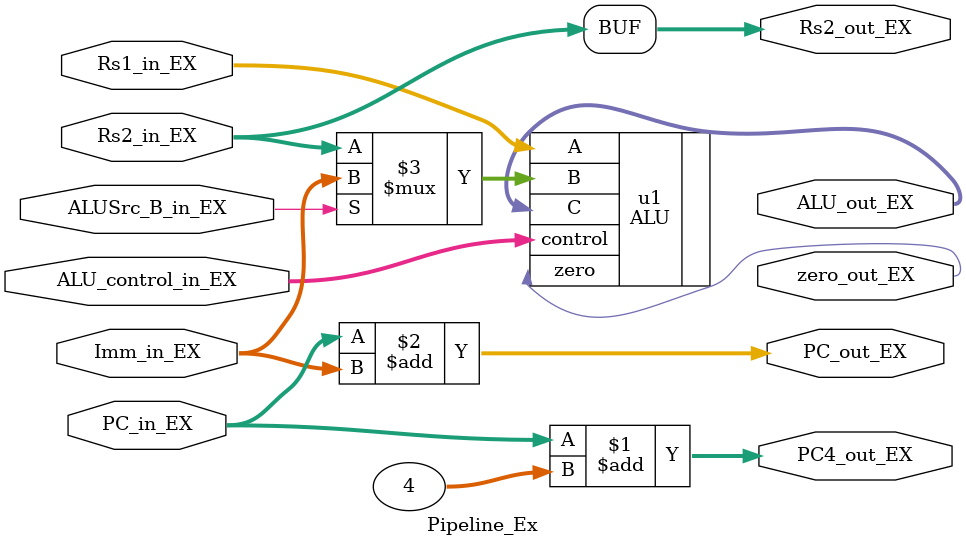
<source format=v>
`timescale 1ns / 1ps

// This empty module with port declaration file causes synthesis tools to infer a black box for IP.
// The synthesis directives are for Synopsys Synplify support to prevent IO buffer insertion.
// Please paste the declaration into a Verilog source file or add the file as an additional source.
module Pipeline_Ex(PC_in_EX, Rs1_in_EX, Rs2_in_EX, Imm_in_EX, 
  ALUSrc_B_in_EX, ALU_control_in_EX, PC_out_EX, PC4_out_EX, zero_out_EX, ALU_out_EX, 
  Rs2_out_EX);

  input [31:0]PC_in_EX;
  input [31:0]Rs1_in_EX;
  input [31:0]Rs2_in_EX;
  input [31:0]Imm_in_EX;
  input ALUSrc_B_in_EX;
  input [3:0]ALU_control_in_EX;//[3:0]
  output [31:0]PC_out_EX;
  output [31:0]PC4_out_EX;
  output zero_out_EX;
  output [31:0]ALU_out_EX;
  output [31:0]Rs2_out_EX;


  assign PC4_out_EX = PC_in_EX + 4;
  assign PC_out_EX = PC_in_EX + Imm_in_EX;
  assign Rs2_out_EX = Rs2_in_EX;
  
  ALU u1(
    .A(Rs1_in_EX),
    .B(ALUSrc_B_in_EX ? Imm_in_EX : Rs2_in_EX),
    .control(ALU_control_in_EX),
    .C(ALU_out_EX),//!is reg
    .zero(zero_out_EX)
  );


endmodule

</source>
